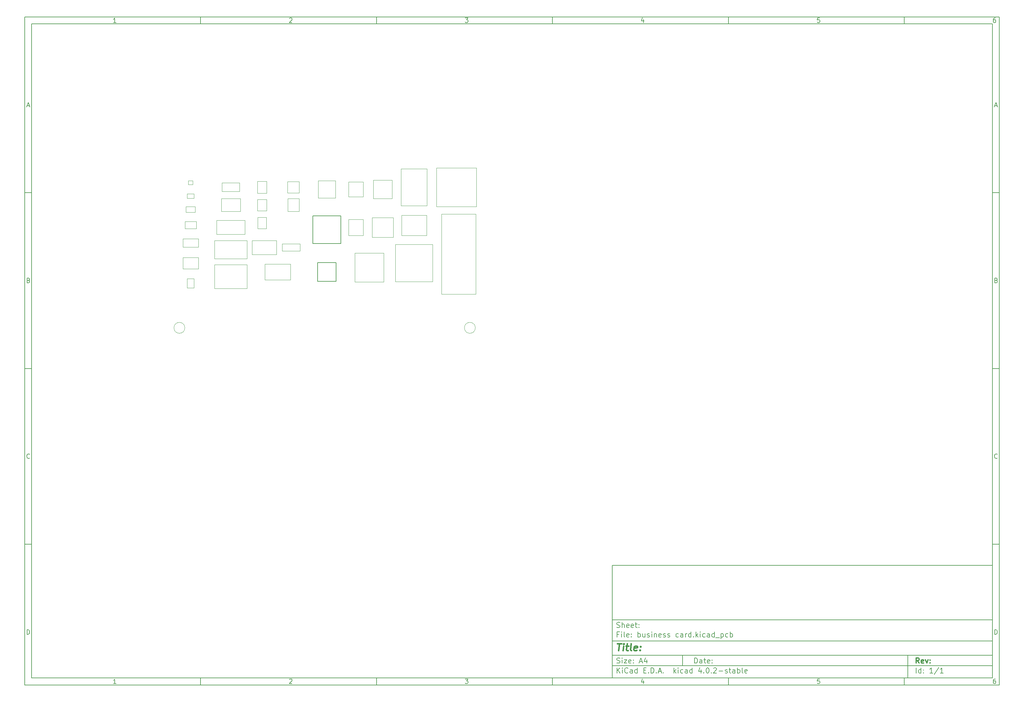
<source format=gbr>
G04 #@! TF.FileFunction,Other,User*
%FSLAX46Y46*%
G04 Gerber Fmt 4.6, Leading zero omitted, Abs format (unit mm)*
G04 Created by KiCad (PCBNEW 4.0.2-stable) date Sunday, October 30, 2016 'PMt' 03:56:09 PM*
%MOMM*%
G01*
G04 APERTURE LIST*
%ADD10C,0.100000*%
%ADD11C,0.150000*%
%ADD12C,0.300000*%
%ADD13C,0.400000*%
%ADD14C,0.050000*%
G04 APERTURE END LIST*
D10*
D11*
X177002200Y-166007200D02*
X177002200Y-198007200D01*
X285002200Y-198007200D01*
X285002200Y-166007200D01*
X177002200Y-166007200D01*
D10*
D11*
X10000000Y-10000000D02*
X10000000Y-200007200D01*
X287002200Y-200007200D01*
X287002200Y-10000000D01*
X10000000Y-10000000D01*
D10*
D11*
X12000000Y-12000000D02*
X12000000Y-198007200D01*
X285002200Y-198007200D01*
X285002200Y-12000000D01*
X12000000Y-12000000D01*
D10*
D11*
X60000000Y-12000000D02*
X60000000Y-10000000D01*
D10*
D11*
X110000000Y-12000000D02*
X110000000Y-10000000D01*
D10*
D11*
X160000000Y-12000000D02*
X160000000Y-10000000D01*
D10*
D11*
X210000000Y-12000000D02*
X210000000Y-10000000D01*
D10*
D11*
X260000000Y-12000000D02*
X260000000Y-10000000D01*
D10*
D11*
X35990476Y-11588095D02*
X35247619Y-11588095D01*
X35619048Y-11588095D02*
X35619048Y-10288095D01*
X35495238Y-10473810D01*
X35371429Y-10597619D01*
X35247619Y-10659524D01*
D10*
D11*
X85247619Y-10411905D02*
X85309524Y-10350000D01*
X85433333Y-10288095D01*
X85742857Y-10288095D01*
X85866667Y-10350000D01*
X85928571Y-10411905D01*
X85990476Y-10535714D01*
X85990476Y-10659524D01*
X85928571Y-10845238D01*
X85185714Y-11588095D01*
X85990476Y-11588095D01*
D10*
D11*
X135185714Y-10288095D02*
X135990476Y-10288095D01*
X135557143Y-10783333D01*
X135742857Y-10783333D01*
X135866667Y-10845238D01*
X135928571Y-10907143D01*
X135990476Y-11030952D01*
X135990476Y-11340476D01*
X135928571Y-11464286D01*
X135866667Y-11526190D01*
X135742857Y-11588095D01*
X135371429Y-11588095D01*
X135247619Y-11526190D01*
X135185714Y-11464286D01*
D10*
D11*
X185866667Y-10721429D02*
X185866667Y-11588095D01*
X185557143Y-10226190D02*
X185247619Y-11154762D01*
X186052381Y-11154762D01*
D10*
D11*
X235928571Y-10288095D02*
X235309524Y-10288095D01*
X235247619Y-10907143D01*
X235309524Y-10845238D01*
X235433333Y-10783333D01*
X235742857Y-10783333D01*
X235866667Y-10845238D01*
X235928571Y-10907143D01*
X235990476Y-11030952D01*
X235990476Y-11340476D01*
X235928571Y-11464286D01*
X235866667Y-11526190D01*
X235742857Y-11588095D01*
X235433333Y-11588095D01*
X235309524Y-11526190D01*
X235247619Y-11464286D01*
D10*
D11*
X285866667Y-10288095D02*
X285619048Y-10288095D01*
X285495238Y-10350000D01*
X285433333Y-10411905D01*
X285309524Y-10597619D01*
X285247619Y-10845238D01*
X285247619Y-11340476D01*
X285309524Y-11464286D01*
X285371429Y-11526190D01*
X285495238Y-11588095D01*
X285742857Y-11588095D01*
X285866667Y-11526190D01*
X285928571Y-11464286D01*
X285990476Y-11340476D01*
X285990476Y-11030952D01*
X285928571Y-10907143D01*
X285866667Y-10845238D01*
X285742857Y-10783333D01*
X285495238Y-10783333D01*
X285371429Y-10845238D01*
X285309524Y-10907143D01*
X285247619Y-11030952D01*
D10*
D11*
X60000000Y-198007200D02*
X60000000Y-200007200D01*
D10*
D11*
X110000000Y-198007200D02*
X110000000Y-200007200D01*
D10*
D11*
X160000000Y-198007200D02*
X160000000Y-200007200D01*
D10*
D11*
X210000000Y-198007200D02*
X210000000Y-200007200D01*
D10*
D11*
X260000000Y-198007200D02*
X260000000Y-200007200D01*
D10*
D11*
X35990476Y-199595295D02*
X35247619Y-199595295D01*
X35619048Y-199595295D02*
X35619048Y-198295295D01*
X35495238Y-198481010D01*
X35371429Y-198604819D01*
X35247619Y-198666724D01*
D10*
D11*
X85247619Y-198419105D02*
X85309524Y-198357200D01*
X85433333Y-198295295D01*
X85742857Y-198295295D01*
X85866667Y-198357200D01*
X85928571Y-198419105D01*
X85990476Y-198542914D01*
X85990476Y-198666724D01*
X85928571Y-198852438D01*
X85185714Y-199595295D01*
X85990476Y-199595295D01*
D10*
D11*
X135185714Y-198295295D02*
X135990476Y-198295295D01*
X135557143Y-198790533D01*
X135742857Y-198790533D01*
X135866667Y-198852438D01*
X135928571Y-198914343D01*
X135990476Y-199038152D01*
X135990476Y-199347676D01*
X135928571Y-199471486D01*
X135866667Y-199533390D01*
X135742857Y-199595295D01*
X135371429Y-199595295D01*
X135247619Y-199533390D01*
X135185714Y-199471486D01*
D10*
D11*
X185866667Y-198728629D02*
X185866667Y-199595295D01*
X185557143Y-198233390D02*
X185247619Y-199161962D01*
X186052381Y-199161962D01*
D10*
D11*
X235928571Y-198295295D02*
X235309524Y-198295295D01*
X235247619Y-198914343D01*
X235309524Y-198852438D01*
X235433333Y-198790533D01*
X235742857Y-198790533D01*
X235866667Y-198852438D01*
X235928571Y-198914343D01*
X235990476Y-199038152D01*
X235990476Y-199347676D01*
X235928571Y-199471486D01*
X235866667Y-199533390D01*
X235742857Y-199595295D01*
X235433333Y-199595295D01*
X235309524Y-199533390D01*
X235247619Y-199471486D01*
D10*
D11*
X285866667Y-198295295D02*
X285619048Y-198295295D01*
X285495238Y-198357200D01*
X285433333Y-198419105D01*
X285309524Y-198604819D01*
X285247619Y-198852438D01*
X285247619Y-199347676D01*
X285309524Y-199471486D01*
X285371429Y-199533390D01*
X285495238Y-199595295D01*
X285742857Y-199595295D01*
X285866667Y-199533390D01*
X285928571Y-199471486D01*
X285990476Y-199347676D01*
X285990476Y-199038152D01*
X285928571Y-198914343D01*
X285866667Y-198852438D01*
X285742857Y-198790533D01*
X285495238Y-198790533D01*
X285371429Y-198852438D01*
X285309524Y-198914343D01*
X285247619Y-199038152D01*
D10*
D11*
X10000000Y-60000000D02*
X12000000Y-60000000D01*
D10*
D11*
X10000000Y-110000000D02*
X12000000Y-110000000D01*
D10*
D11*
X10000000Y-160000000D02*
X12000000Y-160000000D01*
D10*
D11*
X10690476Y-35216667D02*
X11309524Y-35216667D01*
X10566667Y-35588095D02*
X11000000Y-34288095D01*
X11433333Y-35588095D01*
D10*
D11*
X11092857Y-84907143D02*
X11278571Y-84969048D01*
X11340476Y-85030952D01*
X11402381Y-85154762D01*
X11402381Y-85340476D01*
X11340476Y-85464286D01*
X11278571Y-85526190D01*
X11154762Y-85588095D01*
X10659524Y-85588095D01*
X10659524Y-84288095D01*
X11092857Y-84288095D01*
X11216667Y-84350000D01*
X11278571Y-84411905D01*
X11340476Y-84535714D01*
X11340476Y-84659524D01*
X11278571Y-84783333D01*
X11216667Y-84845238D01*
X11092857Y-84907143D01*
X10659524Y-84907143D01*
D10*
D11*
X11402381Y-135464286D02*
X11340476Y-135526190D01*
X11154762Y-135588095D01*
X11030952Y-135588095D01*
X10845238Y-135526190D01*
X10721429Y-135402381D01*
X10659524Y-135278571D01*
X10597619Y-135030952D01*
X10597619Y-134845238D01*
X10659524Y-134597619D01*
X10721429Y-134473810D01*
X10845238Y-134350000D01*
X11030952Y-134288095D01*
X11154762Y-134288095D01*
X11340476Y-134350000D01*
X11402381Y-134411905D01*
D10*
D11*
X10659524Y-185588095D02*
X10659524Y-184288095D01*
X10969048Y-184288095D01*
X11154762Y-184350000D01*
X11278571Y-184473810D01*
X11340476Y-184597619D01*
X11402381Y-184845238D01*
X11402381Y-185030952D01*
X11340476Y-185278571D01*
X11278571Y-185402381D01*
X11154762Y-185526190D01*
X10969048Y-185588095D01*
X10659524Y-185588095D01*
D10*
D11*
X287002200Y-60000000D02*
X285002200Y-60000000D01*
D10*
D11*
X287002200Y-110000000D02*
X285002200Y-110000000D01*
D10*
D11*
X287002200Y-160000000D02*
X285002200Y-160000000D01*
D10*
D11*
X285692676Y-35216667D02*
X286311724Y-35216667D01*
X285568867Y-35588095D02*
X286002200Y-34288095D01*
X286435533Y-35588095D01*
D10*
D11*
X286095057Y-84907143D02*
X286280771Y-84969048D01*
X286342676Y-85030952D01*
X286404581Y-85154762D01*
X286404581Y-85340476D01*
X286342676Y-85464286D01*
X286280771Y-85526190D01*
X286156962Y-85588095D01*
X285661724Y-85588095D01*
X285661724Y-84288095D01*
X286095057Y-84288095D01*
X286218867Y-84350000D01*
X286280771Y-84411905D01*
X286342676Y-84535714D01*
X286342676Y-84659524D01*
X286280771Y-84783333D01*
X286218867Y-84845238D01*
X286095057Y-84907143D01*
X285661724Y-84907143D01*
D10*
D11*
X286404581Y-135464286D02*
X286342676Y-135526190D01*
X286156962Y-135588095D01*
X286033152Y-135588095D01*
X285847438Y-135526190D01*
X285723629Y-135402381D01*
X285661724Y-135278571D01*
X285599819Y-135030952D01*
X285599819Y-134845238D01*
X285661724Y-134597619D01*
X285723629Y-134473810D01*
X285847438Y-134350000D01*
X286033152Y-134288095D01*
X286156962Y-134288095D01*
X286342676Y-134350000D01*
X286404581Y-134411905D01*
D10*
D11*
X285661724Y-185588095D02*
X285661724Y-184288095D01*
X285971248Y-184288095D01*
X286156962Y-184350000D01*
X286280771Y-184473810D01*
X286342676Y-184597619D01*
X286404581Y-184845238D01*
X286404581Y-185030952D01*
X286342676Y-185278571D01*
X286280771Y-185402381D01*
X286156962Y-185526190D01*
X285971248Y-185588095D01*
X285661724Y-185588095D01*
D10*
D11*
X200359343Y-193785771D02*
X200359343Y-192285771D01*
X200716486Y-192285771D01*
X200930771Y-192357200D01*
X201073629Y-192500057D01*
X201145057Y-192642914D01*
X201216486Y-192928629D01*
X201216486Y-193142914D01*
X201145057Y-193428629D01*
X201073629Y-193571486D01*
X200930771Y-193714343D01*
X200716486Y-193785771D01*
X200359343Y-193785771D01*
X202502200Y-193785771D02*
X202502200Y-193000057D01*
X202430771Y-192857200D01*
X202287914Y-192785771D01*
X202002200Y-192785771D01*
X201859343Y-192857200D01*
X202502200Y-193714343D02*
X202359343Y-193785771D01*
X202002200Y-193785771D01*
X201859343Y-193714343D01*
X201787914Y-193571486D01*
X201787914Y-193428629D01*
X201859343Y-193285771D01*
X202002200Y-193214343D01*
X202359343Y-193214343D01*
X202502200Y-193142914D01*
X203002200Y-192785771D02*
X203573629Y-192785771D01*
X203216486Y-192285771D02*
X203216486Y-193571486D01*
X203287914Y-193714343D01*
X203430772Y-193785771D01*
X203573629Y-193785771D01*
X204645057Y-193714343D02*
X204502200Y-193785771D01*
X204216486Y-193785771D01*
X204073629Y-193714343D01*
X204002200Y-193571486D01*
X204002200Y-193000057D01*
X204073629Y-192857200D01*
X204216486Y-192785771D01*
X204502200Y-192785771D01*
X204645057Y-192857200D01*
X204716486Y-193000057D01*
X204716486Y-193142914D01*
X204002200Y-193285771D01*
X205359343Y-193642914D02*
X205430771Y-193714343D01*
X205359343Y-193785771D01*
X205287914Y-193714343D01*
X205359343Y-193642914D01*
X205359343Y-193785771D01*
X205359343Y-192857200D02*
X205430771Y-192928629D01*
X205359343Y-193000057D01*
X205287914Y-192928629D01*
X205359343Y-192857200D01*
X205359343Y-193000057D01*
D10*
D11*
X177002200Y-194507200D02*
X285002200Y-194507200D01*
D10*
D11*
X178359343Y-196585771D02*
X178359343Y-195085771D01*
X179216486Y-196585771D02*
X178573629Y-195728629D01*
X179216486Y-195085771D02*
X178359343Y-195942914D01*
X179859343Y-196585771D02*
X179859343Y-195585771D01*
X179859343Y-195085771D02*
X179787914Y-195157200D01*
X179859343Y-195228629D01*
X179930771Y-195157200D01*
X179859343Y-195085771D01*
X179859343Y-195228629D01*
X181430772Y-196442914D02*
X181359343Y-196514343D01*
X181145057Y-196585771D01*
X181002200Y-196585771D01*
X180787915Y-196514343D01*
X180645057Y-196371486D01*
X180573629Y-196228629D01*
X180502200Y-195942914D01*
X180502200Y-195728629D01*
X180573629Y-195442914D01*
X180645057Y-195300057D01*
X180787915Y-195157200D01*
X181002200Y-195085771D01*
X181145057Y-195085771D01*
X181359343Y-195157200D01*
X181430772Y-195228629D01*
X182716486Y-196585771D02*
X182716486Y-195800057D01*
X182645057Y-195657200D01*
X182502200Y-195585771D01*
X182216486Y-195585771D01*
X182073629Y-195657200D01*
X182716486Y-196514343D02*
X182573629Y-196585771D01*
X182216486Y-196585771D01*
X182073629Y-196514343D01*
X182002200Y-196371486D01*
X182002200Y-196228629D01*
X182073629Y-196085771D01*
X182216486Y-196014343D01*
X182573629Y-196014343D01*
X182716486Y-195942914D01*
X184073629Y-196585771D02*
X184073629Y-195085771D01*
X184073629Y-196514343D02*
X183930772Y-196585771D01*
X183645058Y-196585771D01*
X183502200Y-196514343D01*
X183430772Y-196442914D01*
X183359343Y-196300057D01*
X183359343Y-195871486D01*
X183430772Y-195728629D01*
X183502200Y-195657200D01*
X183645058Y-195585771D01*
X183930772Y-195585771D01*
X184073629Y-195657200D01*
X185930772Y-195800057D02*
X186430772Y-195800057D01*
X186645058Y-196585771D02*
X185930772Y-196585771D01*
X185930772Y-195085771D01*
X186645058Y-195085771D01*
X187287915Y-196442914D02*
X187359343Y-196514343D01*
X187287915Y-196585771D01*
X187216486Y-196514343D01*
X187287915Y-196442914D01*
X187287915Y-196585771D01*
X188002201Y-196585771D02*
X188002201Y-195085771D01*
X188359344Y-195085771D01*
X188573629Y-195157200D01*
X188716487Y-195300057D01*
X188787915Y-195442914D01*
X188859344Y-195728629D01*
X188859344Y-195942914D01*
X188787915Y-196228629D01*
X188716487Y-196371486D01*
X188573629Y-196514343D01*
X188359344Y-196585771D01*
X188002201Y-196585771D01*
X189502201Y-196442914D02*
X189573629Y-196514343D01*
X189502201Y-196585771D01*
X189430772Y-196514343D01*
X189502201Y-196442914D01*
X189502201Y-196585771D01*
X190145058Y-196157200D02*
X190859344Y-196157200D01*
X190002201Y-196585771D02*
X190502201Y-195085771D01*
X191002201Y-196585771D01*
X191502201Y-196442914D02*
X191573629Y-196514343D01*
X191502201Y-196585771D01*
X191430772Y-196514343D01*
X191502201Y-196442914D01*
X191502201Y-196585771D01*
X194502201Y-196585771D02*
X194502201Y-195085771D01*
X194645058Y-196014343D02*
X195073629Y-196585771D01*
X195073629Y-195585771D02*
X194502201Y-196157200D01*
X195716487Y-196585771D02*
X195716487Y-195585771D01*
X195716487Y-195085771D02*
X195645058Y-195157200D01*
X195716487Y-195228629D01*
X195787915Y-195157200D01*
X195716487Y-195085771D01*
X195716487Y-195228629D01*
X197073630Y-196514343D02*
X196930773Y-196585771D01*
X196645059Y-196585771D01*
X196502201Y-196514343D01*
X196430773Y-196442914D01*
X196359344Y-196300057D01*
X196359344Y-195871486D01*
X196430773Y-195728629D01*
X196502201Y-195657200D01*
X196645059Y-195585771D01*
X196930773Y-195585771D01*
X197073630Y-195657200D01*
X198359344Y-196585771D02*
X198359344Y-195800057D01*
X198287915Y-195657200D01*
X198145058Y-195585771D01*
X197859344Y-195585771D01*
X197716487Y-195657200D01*
X198359344Y-196514343D02*
X198216487Y-196585771D01*
X197859344Y-196585771D01*
X197716487Y-196514343D01*
X197645058Y-196371486D01*
X197645058Y-196228629D01*
X197716487Y-196085771D01*
X197859344Y-196014343D01*
X198216487Y-196014343D01*
X198359344Y-195942914D01*
X199716487Y-196585771D02*
X199716487Y-195085771D01*
X199716487Y-196514343D02*
X199573630Y-196585771D01*
X199287916Y-196585771D01*
X199145058Y-196514343D01*
X199073630Y-196442914D01*
X199002201Y-196300057D01*
X199002201Y-195871486D01*
X199073630Y-195728629D01*
X199145058Y-195657200D01*
X199287916Y-195585771D01*
X199573630Y-195585771D01*
X199716487Y-195657200D01*
X202216487Y-195585771D02*
X202216487Y-196585771D01*
X201859344Y-195014343D02*
X201502201Y-196085771D01*
X202430773Y-196085771D01*
X203002201Y-196442914D02*
X203073629Y-196514343D01*
X203002201Y-196585771D01*
X202930772Y-196514343D01*
X203002201Y-196442914D01*
X203002201Y-196585771D01*
X204002201Y-195085771D02*
X204145058Y-195085771D01*
X204287915Y-195157200D01*
X204359344Y-195228629D01*
X204430773Y-195371486D01*
X204502201Y-195657200D01*
X204502201Y-196014343D01*
X204430773Y-196300057D01*
X204359344Y-196442914D01*
X204287915Y-196514343D01*
X204145058Y-196585771D01*
X204002201Y-196585771D01*
X203859344Y-196514343D01*
X203787915Y-196442914D01*
X203716487Y-196300057D01*
X203645058Y-196014343D01*
X203645058Y-195657200D01*
X203716487Y-195371486D01*
X203787915Y-195228629D01*
X203859344Y-195157200D01*
X204002201Y-195085771D01*
X205145058Y-196442914D02*
X205216486Y-196514343D01*
X205145058Y-196585771D01*
X205073629Y-196514343D01*
X205145058Y-196442914D01*
X205145058Y-196585771D01*
X205787915Y-195228629D02*
X205859344Y-195157200D01*
X206002201Y-195085771D01*
X206359344Y-195085771D01*
X206502201Y-195157200D01*
X206573630Y-195228629D01*
X206645058Y-195371486D01*
X206645058Y-195514343D01*
X206573630Y-195728629D01*
X205716487Y-196585771D01*
X206645058Y-196585771D01*
X207287915Y-196014343D02*
X208430772Y-196014343D01*
X209073629Y-196514343D02*
X209216486Y-196585771D01*
X209502201Y-196585771D01*
X209645058Y-196514343D01*
X209716486Y-196371486D01*
X209716486Y-196300057D01*
X209645058Y-196157200D01*
X209502201Y-196085771D01*
X209287915Y-196085771D01*
X209145058Y-196014343D01*
X209073629Y-195871486D01*
X209073629Y-195800057D01*
X209145058Y-195657200D01*
X209287915Y-195585771D01*
X209502201Y-195585771D01*
X209645058Y-195657200D01*
X210145058Y-195585771D02*
X210716487Y-195585771D01*
X210359344Y-195085771D02*
X210359344Y-196371486D01*
X210430772Y-196514343D01*
X210573630Y-196585771D01*
X210716487Y-196585771D01*
X211859344Y-196585771D02*
X211859344Y-195800057D01*
X211787915Y-195657200D01*
X211645058Y-195585771D01*
X211359344Y-195585771D01*
X211216487Y-195657200D01*
X211859344Y-196514343D02*
X211716487Y-196585771D01*
X211359344Y-196585771D01*
X211216487Y-196514343D01*
X211145058Y-196371486D01*
X211145058Y-196228629D01*
X211216487Y-196085771D01*
X211359344Y-196014343D01*
X211716487Y-196014343D01*
X211859344Y-195942914D01*
X212573630Y-196585771D02*
X212573630Y-195085771D01*
X212573630Y-195657200D02*
X212716487Y-195585771D01*
X213002201Y-195585771D01*
X213145058Y-195657200D01*
X213216487Y-195728629D01*
X213287916Y-195871486D01*
X213287916Y-196300057D01*
X213216487Y-196442914D01*
X213145058Y-196514343D01*
X213002201Y-196585771D01*
X212716487Y-196585771D01*
X212573630Y-196514343D01*
X214145059Y-196585771D02*
X214002201Y-196514343D01*
X213930773Y-196371486D01*
X213930773Y-195085771D01*
X215287915Y-196514343D02*
X215145058Y-196585771D01*
X214859344Y-196585771D01*
X214716487Y-196514343D01*
X214645058Y-196371486D01*
X214645058Y-195800057D01*
X214716487Y-195657200D01*
X214859344Y-195585771D01*
X215145058Y-195585771D01*
X215287915Y-195657200D01*
X215359344Y-195800057D01*
X215359344Y-195942914D01*
X214645058Y-196085771D01*
D10*
D11*
X177002200Y-191507200D02*
X285002200Y-191507200D01*
D10*
D12*
X264216486Y-193785771D02*
X263716486Y-193071486D01*
X263359343Y-193785771D02*
X263359343Y-192285771D01*
X263930771Y-192285771D01*
X264073629Y-192357200D01*
X264145057Y-192428629D01*
X264216486Y-192571486D01*
X264216486Y-192785771D01*
X264145057Y-192928629D01*
X264073629Y-193000057D01*
X263930771Y-193071486D01*
X263359343Y-193071486D01*
X265430771Y-193714343D02*
X265287914Y-193785771D01*
X265002200Y-193785771D01*
X264859343Y-193714343D01*
X264787914Y-193571486D01*
X264787914Y-193000057D01*
X264859343Y-192857200D01*
X265002200Y-192785771D01*
X265287914Y-192785771D01*
X265430771Y-192857200D01*
X265502200Y-193000057D01*
X265502200Y-193142914D01*
X264787914Y-193285771D01*
X266002200Y-192785771D02*
X266359343Y-193785771D01*
X266716485Y-192785771D01*
X267287914Y-193642914D02*
X267359342Y-193714343D01*
X267287914Y-193785771D01*
X267216485Y-193714343D01*
X267287914Y-193642914D01*
X267287914Y-193785771D01*
X267287914Y-192857200D02*
X267359342Y-192928629D01*
X267287914Y-193000057D01*
X267216485Y-192928629D01*
X267287914Y-192857200D01*
X267287914Y-193000057D01*
D10*
D11*
X178287914Y-193714343D02*
X178502200Y-193785771D01*
X178859343Y-193785771D01*
X179002200Y-193714343D01*
X179073629Y-193642914D01*
X179145057Y-193500057D01*
X179145057Y-193357200D01*
X179073629Y-193214343D01*
X179002200Y-193142914D01*
X178859343Y-193071486D01*
X178573629Y-193000057D01*
X178430771Y-192928629D01*
X178359343Y-192857200D01*
X178287914Y-192714343D01*
X178287914Y-192571486D01*
X178359343Y-192428629D01*
X178430771Y-192357200D01*
X178573629Y-192285771D01*
X178930771Y-192285771D01*
X179145057Y-192357200D01*
X179787914Y-193785771D02*
X179787914Y-192785771D01*
X179787914Y-192285771D02*
X179716485Y-192357200D01*
X179787914Y-192428629D01*
X179859342Y-192357200D01*
X179787914Y-192285771D01*
X179787914Y-192428629D01*
X180359343Y-192785771D02*
X181145057Y-192785771D01*
X180359343Y-193785771D01*
X181145057Y-193785771D01*
X182287914Y-193714343D02*
X182145057Y-193785771D01*
X181859343Y-193785771D01*
X181716486Y-193714343D01*
X181645057Y-193571486D01*
X181645057Y-193000057D01*
X181716486Y-192857200D01*
X181859343Y-192785771D01*
X182145057Y-192785771D01*
X182287914Y-192857200D01*
X182359343Y-193000057D01*
X182359343Y-193142914D01*
X181645057Y-193285771D01*
X183002200Y-193642914D02*
X183073628Y-193714343D01*
X183002200Y-193785771D01*
X182930771Y-193714343D01*
X183002200Y-193642914D01*
X183002200Y-193785771D01*
X183002200Y-192857200D02*
X183073628Y-192928629D01*
X183002200Y-193000057D01*
X182930771Y-192928629D01*
X183002200Y-192857200D01*
X183002200Y-193000057D01*
X184787914Y-193357200D02*
X185502200Y-193357200D01*
X184645057Y-193785771D02*
X185145057Y-192285771D01*
X185645057Y-193785771D01*
X186787914Y-192785771D02*
X186787914Y-193785771D01*
X186430771Y-192214343D02*
X186073628Y-193285771D01*
X187002200Y-193285771D01*
D10*
D11*
X263359343Y-196585771D02*
X263359343Y-195085771D01*
X264716486Y-196585771D02*
X264716486Y-195085771D01*
X264716486Y-196514343D02*
X264573629Y-196585771D01*
X264287915Y-196585771D01*
X264145057Y-196514343D01*
X264073629Y-196442914D01*
X264002200Y-196300057D01*
X264002200Y-195871486D01*
X264073629Y-195728629D01*
X264145057Y-195657200D01*
X264287915Y-195585771D01*
X264573629Y-195585771D01*
X264716486Y-195657200D01*
X265430772Y-196442914D02*
X265502200Y-196514343D01*
X265430772Y-196585771D01*
X265359343Y-196514343D01*
X265430772Y-196442914D01*
X265430772Y-196585771D01*
X265430772Y-195657200D02*
X265502200Y-195728629D01*
X265430772Y-195800057D01*
X265359343Y-195728629D01*
X265430772Y-195657200D01*
X265430772Y-195800057D01*
X268073629Y-196585771D02*
X267216486Y-196585771D01*
X267645058Y-196585771D02*
X267645058Y-195085771D01*
X267502201Y-195300057D01*
X267359343Y-195442914D01*
X267216486Y-195514343D01*
X269787914Y-195014343D02*
X268502200Y-196942914D01*
X271073629Y-196585771D02*
X270216486Y-196585771D01*
X270645058Y-196585771D02*
X270645058Y-195085771D01*
X270502201Y-195300057D01*
X270359343Y-195442914D01*
X270216486Y-195514343D01*
D10*
D11*
X177002200Y-187507200D02*
X285002200Y-187507200D01*
D10*
D13*
X178454581Y-188211962D02*
X179597438Y-188211962D01*
X178776010Y-190211962D02*
X179026010Y-188211962D01*
X180014105Y-190211962D02*
X180180771Y-188878629D01*
X180264105Y-188211962D02*
X180156962Y-188307200D01*
X180240295Y-188402438D01*
X180347439Y-188307200D01*
X180264105Y-188211962D01*
X180240295Y-188402438D01*
X180847438Y-188878629D02*
X181609343Y-188878629D01*
X181216486Y-188211962D02*
X181002200Y-189926248D01*
X181073630Y-190116724D01*
X181252201Y-190211962D01*
X181442677Y-190211962D01*
X182395058Y-190211962D02*
X182216487Y-190116724D01*
X182145057Y-189926248D01*
X182359343Y-188211962D01*
X183930772Y-190116724D02*
X183728391Y-190211962D01*
X183347439Y-190211962D01*
X183168867Y-190116724D01*
X183097438Y-189926248D01*
X183192676Y-189164343D01*
X183311724Y-188973867D01*
X183514105Y-188878629D01*
X183895057Y-188878629D01*
X184073629Y-188973867D01*
X184145057Y-189164343D01*
X184121248Y-189354819D01*
X183145057Y-189545295D01*
X184895057Y-190021486D02*
X184978392Y-190116724D01*
X184871248Y-190211962D01*
X184787915Y-190116724D01*
X184895057Y-190021486D01*
X184871248Y-190211962D01*
X185026010Y-188973867D02*
X185109344Y-189069105D01*
X185002200Y-189164343D01*
X184918867Y-189069105D01*
X185026010Y-188973867D01*
X185002200Y-189164343D01*
D10*
D11*
X178859343Y-185600057D02*
X178359343Y-185600057D01*
X178359343Y-186385771D02*
X178359343Y-184885771D01*
X179073629Y-184885771D01*
X179645057Y-186385771D02*
X179645057Y-185385771D01*
X179645057Y-184885771D02*
X179573628Y-184957200D01*
X179645057Y-185028629D01*
X179716485Y-184957200D01*
X179645057Y-184885771D01*
X179645057Y-185028629D01*
X180573629Y-186385771D02*
X180430771Y-186314343D01*
X180359343Y-186171486D01*
X180359343Y-184885771D01*
X181716485Y-186314343D02*
X181573628Y-186385771D01*
X181287914Y-186385771D01*
X181145057Y-186314343D01*
X181073628Y-186171486D01*
X181073628Y-185600057D01*
X181145057Y-185457200D01*
X181287914Y-185385771D01*
X181573628Y-185385771D01*
X181716485Y-185457200D01*
X181787914Y-185600057D01*
X181787914Y-185742914D01*
X181073628Y-185885771D01*
X182430771Y-186242914D02*
X182502199Y-186314343D01*
X182430771Y-186385771D01*
X182359342Y-186314343D01*
X182430771Y-186242914D01*
X182430771Y-186385771D01*
X182430771Y-185457200D02*
X182502199Y-185528629D01*
X182430771Y-185600057D01*
X182359342Y-185528629D01*
X182430771Y-185457200D01*
X182430771Y-185600057D01*
X184287914Y-186385771D02*
X184287914Y-184885771D01*
X184287914Y-185457200D02*
X184430771Y-185385771D01*
X184716485Y-185385771D01*
X184859342Y-185457200D01*
X184930771Y-185528629D01*
X185002200Y-185671486D01*
X185002200Y-186100057D01*
X184930771Y-186242914D01*
X184859342Y-186314343D01*
X184716485Y-186385771D01*
X184430771Y-186385771D01*
X184287914Y-186314343D01*
X186287914Y-185385771D02*
X186287914Y-186385771D01*
X185645057Y-185385771D02*
X185645057Y-186171486D01*
X185716485Y-186314343D01*
X185859343Y-186385771D01*
X186073628Y-186385771D01*
X186216485Y-186314343D01*
X186287914Y-186242914D01*
X186930771Y-186314343D02*
X187073628Y-186385771D01*
X187359343Y-186385771D01*
X187502200Y-186314343D01*
X187573628Y-186171486D01*
X187573628Y-186100057D01*
X187502200Y-185957200D01*
X187359343Y-185885771D01*
X187145057Y-185885771D01*
X187002200Y-185814343D01*
X186930771Y-185671486D01*
X186930771Y-185600057D01*
X187002200Y-185457200D01*
X187145057Y-185385771D01*
X187359343Y-185385771D01*
X187502200Y-185457200D01*
X188216486Y-186385771D02*
X188216486Y-185385771D01*
X188216486Y-184885771D02*
X188145057Y-184957200D01*
X188216486Y-185028629D01*
X188287914Y-184957200D01*
X188216486Y-184885771D01*
X188216486Y-185028629D01*
X188930772Y-185385771D02*
X188930772Y-186385771D01*
X188930772Y-185528629D02*
X189002200Y-185457200D01*
X189145058Y-185385771D01*
X189359343Y-185385771D01*
X189502200Y-185457200D01*
X189573629Y-185600057D01*
X189573629Y-186385771D01*
X190859343Y-186314343D02*
X190716486Y-186385771D01*
X190430772Y-186385771D01*
X190287915Y-186314343D01*
X190216486Y-186171486D01*
X190216486Y-185600057D01*
X190287915Y-185457200D01*
X190430772Y-185385771D01*
X190716486Y-185385771D01*
X190859343Y-185457200D01*
X190930772Y-185600057D01*
X190930772Y-185742914D01*
X190216486Y-185885771D01*
X191502200Y-186314343D02*
X191645057Y-186385771D01*
X191930772Y-186385771D01*
X192073629Y-186314343D01*
X192145057Y-186171486D01*
X192145057Y-186100057D01*
X192073629Y-185957200D01*
X191930772Y-185885771D01*
X191716486Y-185885771D01*
X191573629Y-185814343D01*
X191502200Y-185671486D01*
X191502200Y-185600057D01*
X191573629Y-185457200D01*
X191716486Y-185385771D01*
X191930772Y-185385771D01*
X192073629Y-185457200D01*
X192716486Y-186314343D02*
X192859343Y-186385771D01*
X193145058Y-186385771D01*
X193287915Y-186314343D01*
X193359343Y-186171486D01*
X193359343Y-186100057D01*
X193287915Y-185957200D01*
X193145058Y-185885771D01*
X192930772Y-185885771D01*
X192787915Y-185814343D01*
X192716486Y-185671486D01*
X192716486Y-185600057D01*
X192787915Y-185457200D01*
X192930772Y-185385771D01*
X193145058Y-185385771D01*
X193287915Y-185457200D01*
X195787915Y-186314343D02*
X195645058Y-186385771D01*
X195359344Y-186385771D01*
X195216486Y-186314343D01*
X195145058Y-186242914D01*
X195073629Y-186100057D01*
X195073629Y-185671486D01*
X195145058Y-185528629D01*
X195216486Y-185457200D01*
X195359344Y-185385771D01*
X195645058Y-185385771D01*
X195787915Y-185457200D01*
X197073629Y-186385771D02*
X197073629Y-185600057D01*
X197002200Y-185457200D01*
X196859343Y-185385771D01*
X196573629Y-185385771D01*
X196430772Y-185457200D01*
X197073629Y-186314343D02*
X196930772Y-186385771D01*
X196573629Y-186385771D01*
X196430772Y-186314343D01*
X196359343Y-186171486D01*
X196359343Y-186028629D01*
X196430772Y-185885771D01*
X196573629Y-185814343D01*
X196930772Y-185814343D01*
X197073629Y-185742914D01*
X197787915Y-186385771D02*
X197787915Y-185385771D01*
X197787915Y-185671486D02*
X197859343Y-185528629D01*
X197930772Y-185457200D01*
X198073629Y-185385771D01*
X198216486Y-185385771D01*
X199359343Y-186385771D02*
X199359343Y-184885771D01*
X199359343Y-186314343D02*
X199216486Y-186385771D01*
X198930772Y-186385771D01*
X198787914Y-186314343D01*
X198716486Y-186242914D01*
X198645057Y-186100057D01*
X198645057Y-185671486D01*
X198716486Y-185528629D01*
X198787914Y-185457200D01*
X198930772Y-185385771D01*
X199216486Y-185385771D01*
X199359343Y-185457200D01*
X200073629Y-186242914D02*
X200145057Y-186314343D01*
X200073629Y-186385771D01*
X200002200Y-186314343D01*
X200073629Y-186242914D01*
X200073629Y-186385771D01*
X200787915Y-186385771D02*
X200787915Y-184885771D01*
X200930772Y-185814343D02*
X201359343Y-186385771D01*
X201359343Y-185385771D02*
X200787915Y-185957200D01*
X202002201Y-186385771D02*
X202002201Y-185385771D01*
X202002201Y-184885771D02*
X201930772Y-184957200D01*
X202002201Y-185028629D01*
X202073629Y-184957200D01*
X202002201Y-184885771D01*
X202002201Y-185028629D01*
X203359344Y-186314343D02*
X203216487Y-186385771D01*
X202930773Y-186385771D01*
X202787915Y-186314343D01*
X202716487Y-186242914D01*
X202645058Y-186100057D01*
X202645058Y-185671486D01*
X202716487Y-185528629D01*
X202787915Y-185457200D01*
X202930773Y-185385771D01*
X203216487Y-185385771D01*
X203359344Y-185457200D01*
X204645058Y-186385771D02*
X204645058Y-185600057D01*
X204573629Y-185457200D01*
X204430772Y-185385771D01*
X204145058Y-185385771D01*
X204002201Y-185457200D01*
X204645058Y-186314343D02*
X204502201Y-186385771D01*
X204145058Y-186385771D01*
X204002201Y-186314343D01*
X203930772Y-186171486D01*
X203930772Y-186028629D01*
X204002201Y-185885771D01*
X204145058Y-185814343D01*
X204502201Y-185814343D01*
X204645058Y-185742914D01*
X206002201Y-186385771D02*
X206002201Y-184885771D01*
X206002201Y-186314343D02*
X205859344Y-186385771D01*
X205573630Y-186385771D01*
X205430772Y-186314343D01*
X205359344Y-186242914D01*
X205287915Y-186100057D01*
X205287915Y-185671486D01*
X205359344Y-185528629D01*
X205430772Y-185457200D01*
X205573630Y-185385771D01*
X205859344Y-185385771D01*
X206002201Y-185457200D01*
X206359344Y-186528629D02*
X207502201Y-186528629D01*
X207859344Y-185385771D02*
X207859344Y-186885771D01*
X207859344Y-185457200D02*
X208002201Y-185385771D01*
X208287915Y-185385771D01*
X208430772Y-185457200D01*
X208502201Y-185528629D01*
X208573630Y-185671486D01*
X208573630Y-186100057D01*
X208502201Y-186242914D01*
X208430772Y-186314343D01*
X208287915Y-186385771D01*
X208002201Y-186385771D01*
X207859344Y-186314343D01*
X209859344Y-186314343D02*
X209716487Y-186385771D01*
X209430773Y-186385771D01*
X209287915Y-186314343D01*
X209216487Y-186242914D01*
X209145058Y-186100057D01*
X209145058Y-185671486D01*
X209216487Y-185528629D01*
X209287915Y-185457200D01*
X209430773Y-185385771D01*
X209716487Y-185385771D01*
X209859344Y-185457200D01*
X210502201Y-186385771D02*
X210502201Y-184885771D01*
X210502201Y-185457200D02*
X210645058Y-185385771D01*
X210930772Y-185385771D01*
X211073629Y-185457200D01*
X211145058Y-185528629D01*
X211216487Y-185671486D01*
X211216487Y-186100057D01*
X211145058Y-186242914D01*
X211073629Y-186314343D01*
X210930772Y-186385771D01*
X210645058Y-186385771D01*
X210502201Y-186314343D01*
D10*
D11*
X177002200Y-181507200D02*
X285002200Y-181507200D01*
D10*
D11*
X178287914Y-183614343D02*
X178502200Y-183685771D01*
X178859343Y-183685771D01*
X179002200Y-183614343D01*
X179073629Y-183542914D01*
X179145057Y-183400057D01*
X179145057Y-183257200D01*
X179073629Y-183114343D01*
X179002200Y-183042914D01*
X178859343Y-182971486D01*
X178573629Y-182900057D01*
X178430771Y-182828629D01*
X178359343Y-182757200D01*
X178287914Y-182614343D01*
X178287914Y-182471486D01*
X178359343Y-182328629D01*
X178430771Y-182257200D01*
X178573629Y-182185771D01*
X178930771Y-182185771D01*
X179145057Y-182257200D01*
X179787914Y-183685771D02*
X179787914Y-182185771D01*
X180430771Y-183685771D02*
X180430771Y-182900057D01*
X180359342Y-182757200D01*
X180216485Y-182685771D01*
X180002200Y-182685771D01*
X179859342Y-182757200D01*
X179787914Y-182828629D01*
X181716485Y-183614343D02*
X181573628Y-183685771D01*
X181287914Y-183685771D01*
X181145057Y-183614343D01*
X181073628Y-183471486D01*
X181073628Y-182900057D01*
X181145057Y-182757200D01*
X181287914Y-182685771D01*
X181573628Y-182685771D01*
X181716485Y-182757200D01*
X181787914Y-182900057D01*
X181787914Y-183042914D01*
X181073628Y-183185771D01*
X183002199Y-183614343D02*
X182859342Y-183685771D01*
X182573628Y-183685771D01*
X182430771Y-183614343D01*
X182359342Y-183471486D01*
X182359342Y-182900057D01*
X182430771Y-182757200D01*
X182573628Y-182685771D01*
X182859342Y-182685771D01*
X183002199Y-182757200D01*
X183073628Y-182900057D01*
X183073628Y-183042914D01*
X182359342Y-183185771D01*
X183502199Y-182685771D02*
X184073628Y-182685771D01*
X183716485Y-182185771D02*
X183716485Y-183471486D01*
X183787913Y-183614343D01*
X183930771Y-183685771D01*
X184073628Y-183685771D01*
X184573628Y-183542914D02*
X184645056Y-183614343D01*
X184573628Y-183685771D01*
X184502199Y-183614343D01*
X184573628Y-183542914D01*
X184573628Y-183685771D01*
X184573628Y-182757200D02*
X184645056Y-182828629D01*
X184573628Y-182900057D01*
X184502199Y-182828629D01*
X184573628Y-182757200D01*
X184573628Y-182900057D01*
D10*
D11*
X197002200Y-191507200D02*
X197002200Y-194507200D01*
D10*
D11*
X261002200Y-191507200D02*
X261002200Y-198007200D01*
D14*
X103850000Y-85380000D02*
X103850000Y-77180000D01*
X112050000Y-85380000D02*
X112050000Y-77180000D01*
X103850000Y-85380000D02*
X112050000Y-85380000D01*
X103850000Y-77180000D02*
X112050000Y-77180000D01*
X128490000Y-88810000D02*
X128490000Y-66110000D01*
X138190000Y-88810000D02*
X138190000Y-66110000D01*
X128490000Y-88810000D02*
X138190000Y-88810000D01*
X128490000Y-66110000D02*
X138190000Y-66110000D01*
X127065000Y-63920000D02*
X127065000Y-52920000D01*
X138365000Y-63920000D02*
X138365000Y-52920000D01*
X127065000Y-63920000D02*
X138365000Y-63920000D01*
X127065000Y-52920000D02*
X138365000Y-52920000D01*
X109110000Y-61705000D02*
X109110000Y-56405000D01*
X114410000Y-61705000D02*
X114410000Y-56405000D01*
X109110000Y-61705000D02*
X114410000Y-61705000D01*
X109110000Y-56405000D02*
X114410000Y-56405000D01*
X102040000Y-61155000D02*
X102040000Y-56955000D01*
X106240000Y-61155000D02*
X106240000Y-56955000D01*
X102040000Y-61155000D02*
X106240000Y-61155000D01*
X102040000Y-56955000D02*
X106240000Y-56955000D01*
X116950000Y-63670000D02*
X116950000Y-53170000D01*
X124350000Y-63670000D02*
X124350000Y-53170000D01*
X116950000Y-63670000D02*
X124350000Y-63670000D01*
X116950000Y-53170000D02*
X124350000Y-53170000D01*
X56200000Y-61610000D02*
X58100000Y-61610000D01*
X56200000Y-60310000D02*
X58100000Y-60310000D01*
X56200000Y-61610000D02*
X56200000Y-60310000D01*
X58100000Y-61610000D02*
X58100000Y-60310000D01*
X55850000Y-65570000D02*
X58450000Y-65570000D01*
X55850000Y-63970000D02*
X58450000Y-63970000D01*
X55850000Y-65570000D02*
X55850000Y-63970000D01*
X58450000Y-65570000D02*
X58450000Y-63970000D01*
X56500000Y-57700000D02*
X57800000Y-57700000D01*
X56500000Y-56600000D02*
X57800000Y-56600000D01*
X56500000Y-57700000D02*
X56500000Y-56600000D01*
X57800000Y-57700000D02*
X57800000Y-56600000D01*
X55550000Y-70215000D02*
X58750000Y-70215000D01*
X55550000Y-68215000D02*
X58750000Y-68215000D01*
X55550000Y-70215000D02*
X55550000Y-68215000D01*
X58750000Y-70215000D02*
X58750000Y-68215000D01*
X54950000Y-75495000D02*
X59350000Y-75495000D01*
X54950000Y-73095000D02*
X59350000Y-73095000D01*
X54950000Y-75495000D02*
X54950000Y-73095000D01*
X59350000Y-75495000D02*
X59350000Y-73095000D01*
X54950000Y-81610000D02*
X59350000Y-81610000D01*
X54950000Y-78410000D02*
X59350000Y-78410000D01*
X54950000Y-81610000D02*
X54950000Y-78410000D01*
X59350000Y-81610000D02*
X59350000Y-78410000D01*
X66080000Y-57220000D02*
X71080000Y-57220000D01*
X71080000Y-57220000D02*
X71080000Y-59620000D01*
X71080000Y-59620000D02*
X66080000Y-59620000D01*
X66080000Y-59620000D02*
X66080000Y-57220000D01*
X71280000Y-65300000D02*
X65880000Y-65300000D01*
X65880000Y-65300000D02*
X65880000Y-61700000D01*
X65880000Y-61700000D02*
X71280000Y-61700000D01*
X71280000Y-61700000D02*
X71280000Y-65300000D01*
X72580000Y-71850000D02*
X64580000Y-71850000D01*
X64580000Y-71850000D02*
X64580000Y-67850000D01*
X64580000Y-67850000D02*
X72580000Y-67850000D01*
X72580000Y-67850000D02*
X72580000Y-71850000D01*
X84710000Y-60020000D02*
X88010000Y-60020000D01*
X88010000Y-60020000D02*
X88010000Y-56820000D01*
X88010000Y-56820000D02*
X84710000Y-56820000D01*
X84710000Y-56820000D02*
X84710000Y-60020000D01*
X84760000Y-61700000D02*
X84760000Y-65300000D01*
X84760000Y-65300000D02*
X87960000Y-65300000D01*
X87960000Y-65300000D02*
X87960000Y-61700000D01*
X87960000Y-61700000D02*
X84760000Y-61700000D01*
X73180000Y-78800000D02*
X63980000Y-78800000D01*
X63980000Y-78800000D02*
X63980000Y-73600000D01*
X63980000Y-73600000D02*
X73180000Y-73600000D01*
X73180000Y-73600000D02*
X73180000Y-78800000D01*
X73180000Y-87220000D02*
X63980000Y-87220000D01*
X63980000Y-87220000D02*
X63980000Y-80420000D01*
X63980000Y-80420000D02*
X73180000Y-80420000D01*
X73180000Y-80420000D02*
X73180000Y-87220000D01*
X56150000Y-87025000D02*
X58150000Y-87025000D01*
X56150000Y-84425000D02*
X58150000Y-84425000D01*
X56150000Y-87025000D02*
X56150000Y-84425000D01*
X58150000Y-87025000D02*
X58150000Y-84425000D01*
X78770000Y-60120000D02*
X78770000Y-56720000D01*
X76170000Y-60120000D02*
X78770000Y-60120000D01*
X76170000Y-56720000D02*
X76170000Y-60120000D01*
X78770000Y-56720000D02*
X76170000Y-56720000D01*
X78770000Y-65100000D02*
X78770000Y-61900000D01*
X76170000Y-65100000D02*
X78770000Y-65100000D01*
X76170000Y-61900000D02*
X76170000Y-65100000D01*
X78770000Y-61900000D02*
X76170000Y-61900000D01*
X78670000Y-70180000D02*
X78670000Y-66980000D01*
X76270000Y-70180000D02*
X78670000Y-70180000D01*
X76270000Y-66980000D02*
X76270000Y-70180000D01*
X78670000Y-66980000D02*
X76270000Y-66980000D01*
X74605000Y-77565000D02*
X81605000Y-77565000D01*
X81605000Y-77565000D02*
X81605000Y-73565000D01*
X81605000Y-73565000D02*
X74605000Y-73565000D01*
X74605000Y-73565000D02*
X74605000Y-77565000D01*
X78265000Y-84800000D02*
X85565000Y-84800000D01*
X85565000Y-84800000D02*
X85565000Y-80300000D01*
X85565000Y-80300000D02*
X78265000Y-80300000D01*
X78265000Y-80300000D02*
X78265000Y-84800000D01*
X115350000Y-85310000D02*
X115350000Y-74710000D01*
X125950000Y-85310000D02*
X125950000Y-74710000D01*
X115350000Y-85310000D02*
X125950000Y-85310000D01*
X115350000Y-74710000D02*
X125950000Y-74710000D01*
X117100000Y-72140000D02*
X117100000Y-66415000D01*
X124200000Y-72140000D02*
X124200000Y-66415000D01*
X117100000Y-72140000D02*
X124200000Y-72140000D01*
X117100000Y-66415000D02*
X124200000Y-66415000D01*
X83175000Y-76565000D02*
X88275000Y-76565000D01*
X88275000Y-76565000D02*
X88275000Y-74565000D01*
X88275000Y-74565000D02*
X83175000Y-74565000D01*
X83175000Y-74565000D02*
X83175000Y-76565000D01*
X108760000Y-72650000D02*
X108760000Y-67050000D01*
X114760000Y-72650000D02*
X114760000Y-67050000D01*
X108760000Y-72650000D02*
X114760000Y-72650000D01*
X108760000Y-67050000D02*
X114760000Y-67050000D01*
X102090000Y-72150000D02*
X102090000Y-67550000D01*
X106190000Y-72150000D02*
X106190000Y-67550000D01*
X102090000Y-72150000D02*
X106190000Y-72150000D01*
X102090000Y-67550000D02*
X106190000Y-67550000D01*
X55525000Y-98425000D02*
G75*
G03X55525000Y-98425000I-1550000J0D01*
G01*
X138075000Y-98425000D02*
G75*
G03X138075000Y-98425000I-1550000J0D01*
G01*
D11*
X93235000Y-85200000D02*
X98535000Y-85200000D01*
X98535000Y-85200000D02*
X98535000Y-79900000D01*
X98535000Y-79900000D02*
X93235000Y-79900000D01*
X93235000Y-79900000D02*
X93235000Y-85200000D01*
D14*
X93435000Y-61505000D02*
X93435000Y-56605000D01*
X98335000Y-61505000D02*
X98335000Y-56605000D01*
X93435000Y-61505000D02*
X98335000Y-61505000D01*
X93435000Y-56605000D02*
X98335000Y-56605000D01*
D11*
X91935000Y-74435000D02*
X99835000Y-74435000D01*
X99835000Y-74435000D02*
X99835000Y-66535000D01*
X99835000Y-66535000D02*
X91935000Y-66535000D01*
X91935000Y-66535000D02*
X91935000Y-74435000D01*
M02*

</source>
